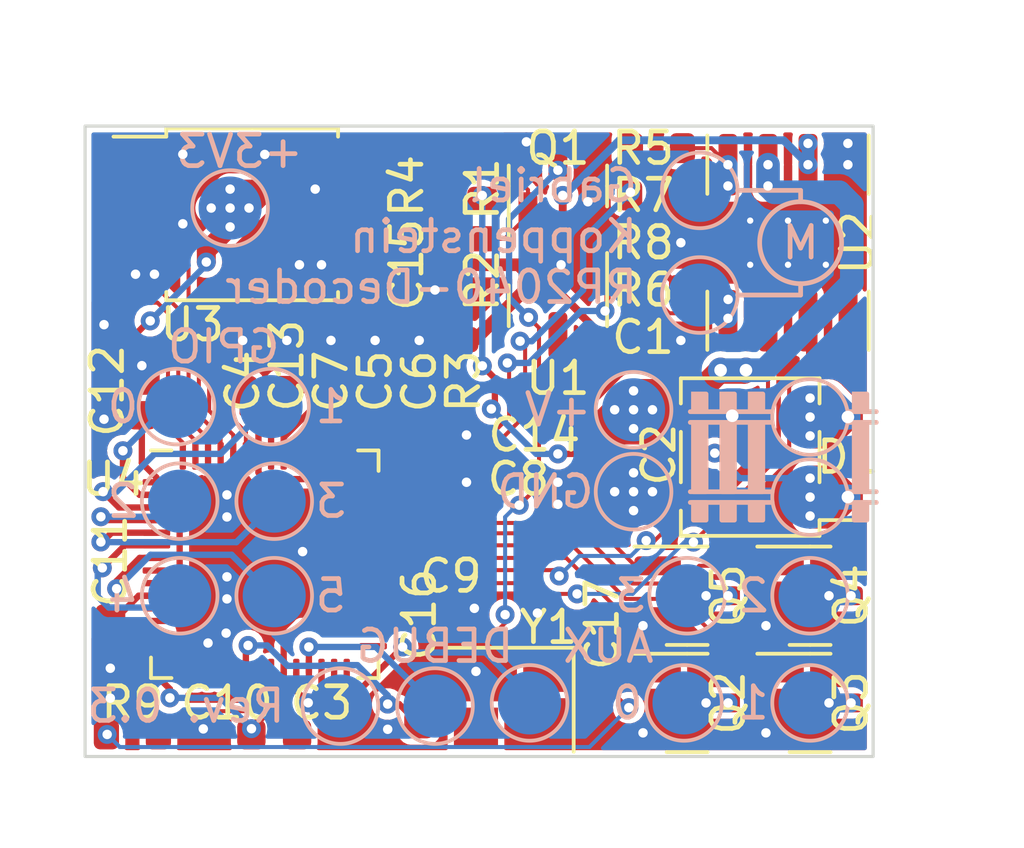
<source format=kicad_pcb>
(kicad_pcb (version 20221018) (generator pcbnew)
  (layers (0 "F.Cu" signal) (31 "B.Cu" signal) (34 "B.Paste" user) (35 "F.Paste" user) (36 "B.SilkS" user "B.Silkscreen") (37 "F.SilkS" user "F.Silkscreen") (38 "B.Mask" user) (39 "F.Mask" user) (44 "Edge.Cuts" user))
  (net 0 "")
  (net 1 "+3V3")
  (net 2 "+V")
  (net 3 "+1V1")
  (net 4 "GND")
  (net 5 "Net-(U4-Pad20)")
  (net 6 "Net-(R9-Pad2)")
  (net 7 "Net-(D1-Pad1)")
  (net 8 "Net-(D1-Pad2)")
  (net 9 "/GPIO24")
  (net 10 "/ADC_EMF_A")
  (net 11 "/ADC_EMF_B")
  (net 12 "Net-(C14-Pad1)")
  (net 13 "/GPIO25")
  (net 14 "Net-(R4-Pad1)")
  (net 15 "/MOTOR_OUT_B")
  (net 16 "/MOTOR_OUT_A")
  (net 17 "/GPIO26")
  (net 18 "/GPIO22")
  (net 19 "/GPIO23")
  (net 21 "Net-(U3-Pad2)")
  (net 22 "Net-(U3-Pad3)")
  (net 23 "Net-(U3-Pad5)")
  (net 24 "Net-(U3-Pad6)")
  (net 25 "Net-(U3-Pad7)")
  (net 35 "/GPIO27")
  (net 36 "Net-(U4-Pad21)")
  (net 37 "/GPIO21")
  (net 43 "Net-(J3-Pad1)")
  (net 44 "unconnected-(U4-Pad29)")
  (net 45 "Net-(J9-Pad1)")
  (net 46 "Net-(J10-Pad1)")
  (net 47 "Net-(J11-Pad1)")
  (net 48 "Net-(Q1-Pad1)")
  (net 49 "Net-(J4-Pad1)")
  (net 50 "Net-(J5-Pad1)")
  (net 51 "Net-(J6-Pad1)")
  (net 52 "Net-(J8-Pad1)")
  (net 53 "Net-(J12-Pad1)")
  (net 54 "Net-(J18-Pad1)")
  (net 55 "Net-(J13-Pad1)")
  (net 56 "Net-(J19-Pad1)")
  (net 57 "Net-(J20-Pad1)")
  (footprint "RP2040-Decoder_Additional_Footprints:SOIC-8_5.23x5.23mm_P1.27mm" (layer "F.Cu") (at 142.8 92.8)
    (fp_text reference "U3")
    (fp_text value "W25Q64JVSSIQ")
  )
  (footprint "RP2040-Decoder_Additional_Footprints:C_0603_1608Metric" (layer "F.Cu") (at 153.9 108.4 -90)
    (fp_text reference "C17")
    (fp_text value "33p")
  )
  (footprint "RP2040-Decoder_Additional_Footprints:C_0603_1608Metric" (layer "F.Cu") (at 139.3 98.4 90)
    (fp_text reference "C12")
    (fp_text value "100n")
  )
  (footprint "RP2040-Decoder_Additional_Footprints:C_0603_1608Metric" (layer "F.Cu") (at 148.6 94.4 -90)
    (fp_text reference "C15")
    (fp_text value "100n")
  )
  (footprint "RP2040-Decoder_Additional_Footprints:C_0603_1608Metric" (layer "F.Cu") (at 138.3 106.4 -90)
    (fp_text reference "C11")
    (fp_text value "100n")
  )
  (footprint "RP2040-Decoder_Additional_Footprints:C_0603_1608Metric" (layer "F.Cu") (at 145 109.3)
    (fp_text reference "C3")
    (fp_text value "100n")
  )
  (footprint "RP2040-Decoder_Additional_Footprints:C_0603_1608Metric" (layer "F.Cu") (at 148.95 101.2)
    (fp_text reference "C8")
    (fp_text value "100n")
  )
  (footprint "RP2040-Decoder_Additional_Footprints:R_0603_1608Metric" (layer "F.Cu") (at 155.625 90.7)
    (fp_text reference "R5")
    (fp_text value "6k8")
  )
  (footprint "Package_TO_SOT_SMD:SOT-23" (layer "F.Cu") (at 152.5 95.7 -90)
    (fp_text reference "U1")
    (fp_text value "PJ75AL33SA")
  )
  (footprint "RP2040-Decoder_Additional_Footprints:R_0603_1608Metric" (layer "F.Cu") (at 150.1 94.4 90)
    (fp_text reference "R2")
    (fp_text value "6k8")
  )
  (footprint "RP2040-Decoder_Additional_Footprints:R_0603_1608Metric" (layer "F.Cu") (at 150.1 91.5 -90)
    (fp_text reference "R1")
    (fp_text value "6k8")
  )
  (footprint "RP2040-Decoder_Additional_Footprints:R_0603_1608Metric" (layer "F.Cu") (at 155.6 93.7 180)
    (fp_text reference "R8")
    (fp_text value "1k")
  )
  (footprint "Package_TO_SOT_SMD:TO-269AA" (layer "F.Cu") (at 158.6 100.5 180)
    (fp_text reference "D1")
    (fp_text value "KMB24F")
  )
  (footprint "RP2040-Decoder_Additional_Footprints:C_0603_1608Metric" (layer "F.Cu") (at 143.9 97.6 90)
    (fp_text reference "C13")
    (fp_text value "100n")
  )
  (footprint "Package_TO_SOT_SMD:SOT-23" (layer "F.Cu") (at 156.6 108.3)
    (fp_text reference "Q2")
    (fp_text value "T2N7002BK")
  )
  (footprint "RP2040-Decoder_Additional_Footprints:SOIC-8-1EP_3.9x4.9mm_P1.27mm_EP2.41x3.3mm_ThermalVias" (layer "F.Cu") (at 159.8 93.7 -90)
    (fp_text reference "U2")
    (fp_text value "BDR6133")
  )
  (footprint "Crystal:Crystal_SMD_3225-4Pin_3.2x2.5mm" (layer "F.Cu") (at 151 108.2 180)
    (fp_text reference "Y1")
    (fp_text value "X322512MSB4SI")
  )
  (footprint "Package_TO_SOT_SMD:SOT-23" (layer "F.Cu") (at 156.6 104.9)
    (fp_text reference "Q5")
    (fp_text value "T2N7002BK")
  )
  (footprint "RP2040-Decoder_Additional_Footprints:C_0603_1608Metric" (layer "F.Cu") (at 142 109.3 180)
    (fp_text reference "C10")
    (fp_text value "100n")
  )
  (footprint "RP2040-Decoder_Additional_Footprints:C_0603_1608Metric" (layer "F.Cu") (at 148.1 108.2 90)
    (fp_text reference "C16")
    (fp_text value "33p")
  )
  (footprint "Package_TO_SOT_SMD:SOT-23" (layer "F.Cu") (at 160.5 104.9)
    (fp_text reference "Q4")
    (fp_text value "T2N7002BK")
  )
  (footprint "RP2040-Decoder_Additional_Footprints:C_0603_1608Metric" (layer "F.Cu") (at 146.7 97.6 90)
    (fp_text reference "C5")
    (fp_text value "10u")
  )
  (footprint "RP2040-Decoder_Additional_Footprints:C_0603_1608Metric" (layer "F.Cu") (at 149.1 105.3)
    (fp_text reference "C9")
    (fp_text value "100n")
  )
  (footprint "RP2040-Decoder_Additional_Footprints:R_0603_1608Metric" (layer "F.Cu") (at 155.6 92.2 180)
    (fp_text reference "R7")
    (fp_text value "1k")
  )
  (footprint "Package_TO_SOT_SMD:SOT-23" (layer "F.Cu") (at 160.5 108.3)
    (fp_text reference "Q3")
    (fp_text value "T2N7002BK")
  )
  (footprint "RP2040-Decoder_Additional_Footprints:R_0603_1608Metric" (layer "F.Cu") (at 148.6 91.5 -90)
    (fp_text reference "R4")
    (fp_text value "DNF")
  )
  (footprint "RP2040-Decoder_Additional_Footprints:C_0603_1608Metric" (layer "F.Cu") (at 142.5 97.6 90)
    (fp_text reference "C4")
    (fp_text value "100n")
  )
  (footprint "RP2040-Decoder_Additional_Footprints:C_0603_1608Metric" (layer "F.Cu") (at 154 100.425 -90)
    (fp_text reference "C2")
    (fp_text value "10u")
  )
  (footprint "RP2040-Decoder_Additional_Footprints:C_0603_1608Metric" (layer "F.Cu") (at 148.95 99.8)
    (fp_text reference "C14")
    (fp_text value "10u")
  )
  (footprint "RP2040-Decoder_Additional_Footprints:C_0603_1608Metric" (layer "F.Cu") (at 155.6 96.7)
    (fp_text reference "C1")
    (fp_text value "10u")
  )
  (footprint "RP2040-Decoder_Additional_Footprints:R_0603_1608Metric" (layer "F.Cu") (at 155.6 95.2 180)
    (fp_text reference "R6")
    (fp_text value "6k8")
  )
  (footprint "Package_TO_SOT_SMD:SOT-23" (layer "F.Cu") (at 152.5 91.9 90)
    (fp_text reference "Q1")
    (fp_text value "T2N7002BK")
  )
  (footprint "RP2040-Decoder_Additional_Footprints:R_0603_1608Metric" (layer "F.Cu") (at 139 109.3 180)
    (fp_text reference "R9")
    (fp_text value "1k")
  )
  (footprint "RP2040-Decoder_Additional_Footprints:C_0603_1608Metric" (layer "F.Cu") (at 145.3 97.6 90)
    (fp_text reference "C7")
    (fp_text value "100n")
  )
  (footprint "RP2040-Decoder_Additional_Footprints:R_0603_1608Metric" (layer "F.Cu") (at 149.5 97.6 -90)
    (fp_text reference "R3")
    (fp_text value "200")
  )
  (footprint "RP2040-Decoder_Additional_Footprints:QFN-56-1EP_7x7mm_P0.4mm_EP3.2x3.2mm" (layer "F.Cu") (at 143.2 103.9)
    (fp_text reference "U4")
    (fp_text value "RP2040")
  )
  (footprint "RP2040-Decoder_Additional_Footprints:C_0603_1608Metric" (layer "F.Cu") (at 148.1 97.6 90)
    (fp_text reference "C6")
    (fp_text value "10u")
  )
  (footprint "TestPoint:TestPoint_Pad_D2.0mm" (layer "B.Cu") (at 140.4 98.9 180)
    (fp_text reference "J8")
    (fp_text value "0")
  )
  (footprint "TestPoint:TestPoint_Pad_D2.0mm" (layer "B.Cu") (at 157 92.04 180)
    (fp_text reference "J15")
    (fp_text value "M_OUT_B")
  )
  (footprint "TestPoint:TestPoint_Pad_D2.0mm" (layer "B.Cu") (at 148.6 108.4 180)
    (fp_text reference "J19")
    (fp_text value "SWDIO")
  )
  (footprint "TestPoint:TestPoint_Pad_D2.0mm" (layer "B.Cu") (at 151.6 108.3 180)
    (fp_text reference "J20")
    (fp_text value "RUN")
  )
  (footprint "TestPoint:TestPoint_Pad_D2.0mm" (layer "B.Cu") (at 156.5 108.3 180)
    (fp_text reference "J3")
    (fp_text value "0")
  )
  (footprint "TestPoint:TestPoint_Pad_D2.0mm" (layer "B.Cu") (at 145.6 108.4 180)
    (fp_text reference "J18")
    (fp_text value "SWCLK")
  )
  (footprint "TestPoint:TestPoint_Pad_D2.0mm" (layer "B.Cu") (at 160.5 99.23 180)
    (fp_text reference "J2")
    (fp_text value "T1")
  )
  (footprint "TestPoint:TestPoint_Pad_D2.0mm" (layer "B.Cu") (at 160.5 101.77 180)
    (fp_text reference "J1")
    (fp_text value "T0")
  )
  (footprint "TestPoint:TestPoint_Pad_D2.0mm" (layer "B.Cu") (at 157 95.36 180)
    (fp_text reference "J16")
    (fp_text value "M_OUT_A")
  )
  (footprint "TestPoint:TestPoint_Pad_D2.0mm" (layer "B.Cu") (at 143.4 98.9 180)
    (fp_text reference "J9")
    (fp_text value "1")
  )
  (footprint "TestPoint:TestPoint_Pad_D2.0mm" (layer "B.Cu") (at 160.5 108.3 180)
    (fp_text reference "J4")
    (fp_text value "1")
  )
  (footprint "TestPoint:TestPoint_Pad_D2.0mm" (layer "B.Cu") (at 154.9 99 180)
    (fp_text reference "J14")
    (fp_text value "+V")
  )
  (footprint "TestPoint:TestPoint_Pad_D2.0mm" (layer "B.Cu") (at 142.1 92.6 180)
    (fp_text reference "J7")
    (fp_text value "+3V3")
  )
  (footprint "TestPoint:TestPoint_Pad_D2.0mm" (layer "B.Cu") (at 160.5 104.9 180)
    (fp_text reference "J5")
    (fp_text value "2")
  )
  (footprint "TestPoint:TestPoint_Pad_D2.0mm" (layer "B.Cu") (at 140.5 101.9 180)
    (fp_text reference "J10")
    (fp_text value "2")
  )
  (footprint "TestPoint:TestPoint_Pad_D2.0mm" (layer "B.Cu") (at 143.5 101.9 180)
    (fp_text reference "J11")
    (fp_text value "3")
  )
  (footprint "TestPoint:TestPoint_Pad_D2.0mm" (layer "B.Cu") (at 143.5 104.9 180)
    (fp_text reference "J13")
    (fp_text value "5")
  )
  (footprint "TestPoint:TestPoint_Pad_D2.0mm" (layer "B.Cu") (at 140.5 104.9 180)
    (fp_text reference "J12")
    (fp_text value "4")
  )
  (footprint "TestPoint:TestPoint_Pad_D2.0mm" (layer "B.Cu") (at 154.9 101.6 180)
    (fp_text reference "J17")
    (fp_text value "GND")
  )
  (footprint "TestPoint:TestPoint_Pad_D2.0mm" (layer "B.Cu") (at 156.6 104.9 180)
    (fp_text reference "J6")
    (fp_text value "3")
  )
  (gr_rect (start 161.9 98.5) (end 162.3 99.06) (stroke (width 0.15)) (fill solid) (layer "B.SilkS"))
  (gr_line (start 159.3 99.4) (end 156.7 99.4) (stroke (width 0.15)) (layer "B.SilkS"))
  (gr_rect (start 158.6 99.4) (end 159 101.6) (stroke (width 0.15)) (fill solid) (layer "B.SilkS"))
  (gr_rect (start 158.6 101.94) (end 159 102.5) (stroke (width 0.15)) (fill solid) (layer "B.SilkS"))
  (gr_line (start 161.7 99.06) (end 162.6 99.06) (stroke (width 0.15)) (layer "B.SilkS"))
  (gr_line (start 158.2 95.36) (end 160.2 95.36) (stroke (width 0.15)) (layer "B.SilkS"))
  (gr_rect (start 161.9 101.94) (end 162.3 102.5) (stroke (width 0.15)) (fill solid) (layer "B.SilkS"))
  (gr_circle (center 160.2 93.7) (end 158.9 93.7) (stroke (width 0.15)) (fill none) (layer "B.SilkS"))
  (gr_line (start 161.7 101.6) (end 162.6 101.6) (stroke (width 0.15)) (layer "B.SilkS"))
  (gr_line (start 159.3 101.6) (end 156.7 101.6) (stroke (width 0.15)) (layer "B.SilkS"))
  (gr_rect (start 156.8 101.94) (end 157.2 102.5) (stroke (width 0.15)) (fill solid) (layer "B.SilkS"))
  (gr_line (start 161.7 99.4) (end 162.6 99.4) (stroke (width 0.15)) (layer "B.SilkS"))
  (gr_rect (start 157.7 101.94) (end 158.1 102.5) (stroke (width 0.15)) (fill solid) (layer "B.SilkS"))
  (gr_rect (start 156.8 99.4) (end 157.2 101.6) (stroke (width 0.15)) (fill solid) (layer "B.SilkS"))
  (gr_rect (start 158.6 98.5) (end 159 99.06) (stroke (width 0.15)) (fill solid) (layer "B.SilkS"))
  (gr_line (start 158.2 92.04) (end 160.2 92.04) (stroke (width 0.15)) (layer "B.SilkS"))
  (gr_rect (start 157.7 99.4) (end 158.1 101.6) (stroke (width 0.15)) (fill solid) (layer "B.SilkS"))
  (gr_rect (start 157.7 98.5) (end 158.1 99.06) (stroke (width 0.15)) (fill solid) (layer "B.SilkS"))
  (gr_line (start 159.3 101.94) (end 156.7 101.94) (stroke (width 0.15)) (layer "B.SilkS"))
  (gr_line (start 159.3 99.06) (end 156.7 99.06) (stroke (width 0.15)) (layer "B.SilkS"))
  (gr_line (start 160.2 95.36) (end 160.2 95) (stroke (width 0.15)) (layer "B.SilkS"))
  (gr_rect (start 156.8 98.5) (end 157.2 99.06) (stroke (width 0.15)) (fill solid) (layer "B.SilkS"))
  (gr_line (start 160.2 92.04) (end 160.2 92.4) (stroke (width 0.15)) (layer "B.SilkS"))
  (gr_rect (start 161.9 99.4) (end 162.3 101.6) (stroke (width 0.15)) (fill solid) (layer "B.SilkS"))
  (gr_line (start 161.7 101.94) (end 162.6 101.94) (stroke (width 0.15)) (layer "B.SilkS"))
  (gr_rect (start 137.5 90) (end 162.5 110) (stroke (width 0.1)) (fill none) (layer "Edge.Cuts"))
  (gr_text "M" (at 160.2 93.7) (layer "B.SilkS") (effects (font (size 1 1)) (justify mirror)))
  (gr_text "Gabriel\nKoppenstein\nRP2040-Decoder" (at 155.1 93.5) (layer "B.SilkS") (effects (font (size 1 1)) (justify left mirror)))
  (gr_text "Rev. 0.3" (at 140.7 108.4) (layer "B.SilkS") (effects (font (size 1 1)) (justify mirror)))
  (gr_text "GPIO" (at 141.9 97) (layer "B.SilkS") (effects (font (size 1 1)) (justify mirror)))
  (gr_text "DEBUG" (at 148.6 106.5) (layer "B.SilkS") (effects (font (size 1 1)) (justify mirror)))
  (gr_text "AUX" (at 154.1 106.5) (layer "B.SilkS") (effects (font (size 1 1)) (justify mirror)))
  (segment (start 147.925 104.9) (end 148.325 105.3) (width 0.2) (layer "F.Cu") (net 1))
  (segment (start 153.271072 96.025196) (end 153.945876 96.7) (width 0.25) (layer "F.Cu") (net 1))
  (segment (start 145.705705 101.3) (end 146 101.3) (width 0.2) (layer "F.Cu") (net 1))
  (segment (start 147.27 90.895) (end 148.6 92.225) (width 0.6) (layer "F.Cu") (net 1))
  (segment (start 149.872849 96.775) (end 149.5 96.775) (width 0.4) (layer "F.Cu") (net 1))
  (segment (start 146.105705 104.9) (end 145.9 104.694295) (width 0.2) (layer "F.Cu") (net 1))
  (segment (start 141.5 92.6) (end 142.1 92) (width 0.6) (layer "F.Cu") (net 1))
  (segment (start 145.3 98.375) (end 146.075 97.6) (width 0.2) (layer "F.Cu") (net 1))
  (segment (start 139.02548 106.694775) (end 140.190077 107.859372) (width 0.2) (layer "F.Cu") (net 1))
  (segment (start 153.945876 96.7) (end 154.825 96.7) (width 0.25) (layer "F.Cu") (net 1))
  (segment (start 144.675 97.6) (end 146.075 97.6) (width 0.2) (layer "F.Cu") (net 1))
  (segment (start 149.5 96.775) (end 149.5 96.975) (width 0.4) (layer "F.Cu") (net 1))
  (segment (start 149.2 94.4) (end 151.25 94.4) (width 0.4) (layer "F.Cu") (net 1))
  (segment (start 147.925 101.3) (end 148.025 101.2) (width 0.2) (layer "F.Cu") (net 1))
  (segment (start 143.8875 98.3875) (end 143.4 98.875) (width 0.2) (layer "F.Cu") (net 1))
  (segment (start 151.023925 95.623925) (end 149.872849 96.775) (width 0.4) (layer "F.Cu") (net 1))
  (segment (start 153.271072 96) (end 153.271072 96.025196) (width 0.25) (layer "F.Cu") (net 1))
  (segment (start 145.4 100.4625) (end 145.4 100.994295) (width 0.2) (layer "F.Cu") (net 1))
  (segment (start 139.529027 96.17919) (end 139.56638 96.17919) (width 0.2) (layer "F.Cu") (net 1))
  (segment (start 140.295255 104.9) (end 139.7625 104.9) (width 0.2) (layer "F.Cu") (net 1))
  (segment (start 142.777833 109.118481) (end 143.4 108.496314) (width 0.2) (layer "F.Cu") (net 1))
  (segment (start 151.55 94.7625) (end 151.55 95.09785) (width 0.4) (layer "F.Cu") (net 1))
  (segment (start 151.55 95.09785) (end 151.023925 95.623925) (width 0.4) (layer "F.Cu") (net 1))
  (segment (start 151.25 94.4) (end 151.55 94.7) (width 0.4) (layer "F.Cu") (net 1))
  (segment (start 145.4 100.994295) (end 145.705705 101.3) (width 0.2) (layer "F.Cu") (net 1))
  (segment (start 146.77596 99.52404) (end 147.925 98.375) (width 0.2) (layer "F.Cu") (net 1))
  (segment (start 152.652466 92.199496) (end 152.652466 93.297534) (width 0.25) (layer "F.Cu") (net 1))
  (segment (start 139.7625 104.9) (end 139.2 104.9) (width 0.2) (layer "F.Cu") (net 1))
  (segment (start 139.7625 104.9) (end 139.200016 104.9) (width 0.2) (layer "F.Cu") (net 1))
  (segment (start 145.9 101.4) (end 146 101.3) (width 0.2) (layer "F.Cu") (net 1))
  (segment (start 142.1 92) (end 143.3 92) (width 0.6) (layer "F.Cu") (net 1))
  (segment (start 146 101.3) (end 146.6375 101.3) (width 0.2) (layer "F.Cu") (net 1))
  (segment (start 143.4 108.496314) (end 143.4 107.3375) (width 0.2) (layer "F.Cu") (net 1))
  (segment (start 145.4 99.665006) (end 145.540966 99.52404) (width 0.2) (layer "F.Cu") (net 1))
  (segment (start 153.271072 96) (end 152.371072 95.1) (width 0.25) (layer "F.Cu") (net 1))
  (segment (start 140.294295 101.3) (end 140.49952 101.505225) (width 0.2) (layer "F.Cu") (net 1))
  (segment (start 140.49952 101.505225) (end 140.49952 104.695735) (width 0.2) (layer "F.Cu") (net 1))
  (segment (start 139.3 99.2) (end 139.3 99.175) (width 0.2) (layer "F.Cu") (net 1))
  (segment (start 142.7 92.6) (end 144.405 90.895) (width 0.6) (layer "F.Cu") (net 1))
  (segment (start 140.49952 104.695735) (end 140.295255 104.9) (width 0.2) (layer "F.Cu") (net 1))
  (segment (start 143.9 98.375) (end 144.675 97.6) (width 0.2) (layer "F.Cu") (net 1))
  (segment (start 139.3 100.686612) (end 139.7625 101.149112) (width 0.2) (layer "F.Cu") (net 1))
  (segment (start 147.925 98.375) (end 148.1 98.375) (width 0.2) (layer "F.Cu") (net 1))
  (segment (start 152.371072 95.1) (end 151.55 95.1) (width 0.25) (layer "F.Cu") (net 1))
  (segment (start 143.3 92) (end 144.405 90.895) (width 0.6) (layer "F.Cu") (net 1))
  (segment (start 151.65002 95.2468) (end 151.401049 95.2468) (width 0.4) (layer "F.Cu") (net 1))
  (segment (start 144.405 90.895) (end 146.4 90.895) (width 0.6) (layer "F.Cu") (net 1))
  (segment (start 146.6375 104.9) (end 146.105705 104.9) (width 0.2) (layer "F.Cu") (net 1))
  (segment (start 148.6 93.8) (end 149.2 94.4) (width 0.4) (layer "F.Cu") (net 1))
  (segment (start 145.3 98.375) (end 143.9 98.375) (width 0.2) (layer "F.Cu") (net 1))
  (segment (start 146.6375 104.9) (end 147.925 104.9) (width 0.2) (layer "F.Cu") (net 1))
  (segment (start 148.6 92.225) (end 148.6 93.625) (width 0.6) (layer "F.Cu") (net 1))
  (segment (start 139.3 99.2) (end 139.3 100.686612) (width 0.2) (layer "F.Cu") (net 1))
  (segment (start 138.475016 105.625) (end 138.3 105.625) (width 0.2) (layer "F.Cu") (net 1))
  (segment (start 139.7625 101.3) (end 140.294295 101.3) (width 0.2) (layer "F.Cu") (net 1))
  (segment (start 145.4 100.4625) (end 145.4 99.665006) (width 0.2) (layer "F.Cu") (net 1))
  (segment (start 151.55 95.1) (end 151.55 94.3) (width 0.4) (layer "F.Cu") (net 1))
  (segment (start 143.9 98.375) (end 143.8875 98.3875) (width 0.2) (layer "F.Cu") (net 1))
  (segment (start 142.1 93.2) (end 141.34542 93.95458) (width 0.6) (layer "F.Cu") (net 1))
  (segment (start 139.200016 104.9) (end 138.475016 105.625) (width 0.2) (layer "F.Cu") (net 1))
  (segment (start 149.5 96.975) (end 148.1 98.375) (width 0.4) (layer "F.Cu") (net 1))
  (segment (start 146.6375 101.3) (end 147.925 101.3) (width 0.2) (layer "F.Cu") (net 1))
  (segment (start 146.075 97.6) (end 147.325 97.6) (width 0.2) (layer "F.Cu") (net 1))
  (segment (start 141.34542 93.95458) (end 141.34542 94.313538) (width 0.6) (layer "F.Cu") (net 1))
  (segment (start 147.325 97.6) (end 148.1 98.375) (width 0.2) (layer "F.Cu") (net 1))
  (segment (start 143.8 99.875) (end 143.8 100.4625) (width 0.2) (layer "F.Cu") (net 1))
  (segment (start 142.7 92.6) (end 142.1 93.2) (width 0.6) (layer "F.Cu") (net 1))
  (segment (start 138.52548 98.40048) (end 138.52548 97.182737) (width 0.2) (layer "F.Cu") (net 1))
  (segment (start 148.6 93.625) (end 148.6 93.8) (width 0.4) (layer "F.Cu") (net 1))
  (segment (start 146.4 90.895) (end 147.27 90.895) (width 0.6) (layer "F.Cu") (net 1))
  (segment (start 142.1 92) (end 142.7 92.6) (width 0.6) (layer "F.Cu") (net 1))
  (segment (start 142.1 93.2) (end 141.5 92.6) (width 0.6) (layer "F.Cu") (net 1))
  (segment (start 139.02548 106.35048) (end 139.02548 106.694775) (width 0.2) (layer "F.Cu") (net 1))
  (segment (start 138.52548 97.182737) (end 139.529027 96.17919) (width 0.2) (layer "F.Cu") (net 1))
  (segment (start 138.3 105.625) (end 139.02548 106.35048) (width 0.2) (layer "F.Cu") (net 1))
  (segment (start 145.3 98.375) (end 143.8 99.875) (width 0.2) (layer "F.Cu") (net 1))
  (segment (start 139.3 99.175) (end 138.52548 98.40048) (width 0.2) (layer "F.Cu") (net 1))
  (segment (start 151.401049 95.2468) (end 151.023925 95.623925) (width 0.4) (layer "F.Cu") (net 1))
  (segment (start 140.190077 107.859372) (end 140.190077 108.140218) (width 0.2) (layer "F.Cu") (net 1))
  (segment (start 145.540966 99.52404) (end 146.77596 99.52404) (width 0.2) (layer "F.Cu") (net 1))
  (segment (start 152.652466 93.297534) (end 151.55 94.4) (width 0.25) (layer "F.Cu") (net 1))
  (segment (start 139.7625 101.149112) (end 139.7625 101.3) (width 0.2) (layer "F.Cu") (net 1))
  (segment (start 145.9 104.694295) (end 145.9 101.4) (width 0.2) (layer "F.Cu") (net 1))
  (segment (start 143.4 98.875) (end 143.4 100.4625) (width 0.2) (layer "F.Cu") (net 1))
  (via (at 140.190077 108.140218) (size 0.6) (drill 0.3) (layers "F.Cu" "B.Cu") (net 1))
  (via (at 160.435 91.225) (size 0.6) (drill 0.3) (layers "F.Cu" "B.Cu") (net 1))
  (via (at 142.1 93.2) (size 0.6) (drill 0.3) (layers "F.Cu" "B.Cu") (net 1))
  (via (at 142.1 92) (size 0.6) (drill 0.3) (layers "F.Cu" "B.Cu") (net 1))
  (via (at 141.5 92.6) (size 0.6) (drill 0.3) (layers "F.Cu" "B.Cu") (net 1))
  (via (at 142.1 92.6) (size 0.6) (drill 0.3) (layers "F.Cu" "B.Cu") (net 1))
  (via (at 139.56638 96.17919) (size 0.6) (drill 0.3) (layers "F.Cu" "B.Cu") (net 1))
  (via (at 152.652466 92.199496) (size 0.6) (drill 0.3) (layers "F.Cu" "B.Cu") (net 1))
  (via (at 160.435 90.55) (size 0.6) (drill 0.3) (layers "F.Cu" "B.Cu") (net 1))
  (via (at 141.34542 94.313538) (size 0.6) (drill 0.3) (layers "F.Cu" "B.Cu") (net 1))
  (via (at 142.777833 109.118481) (size 0.6) (drill 0.3) (layers "F.Cu" "B.Cu") (net 1))
  (via (at 142.7 92.6) (size 0.6) (drill 0.3) (layers "F.Cu" "B.Cu") (net 1))
  (segment (start 152.652466 92.199496) (end 152.700504 92.199496) (width 0.25) (layer "B.Cu") (net 1))
  (segment (start 159.66048 90.45048) (end 160.435 91.225) (width 0.25) (layer "B.Cu") (net 1))
  (segment (start 141.34542 94.40015) (end 139.56638 96.17919) (width 0.2) (layer "B.Cu") (net 1))
  (segment (start 142.777833 109.118481) (end 141.79957 108.140218) (width 0.2) (layer "B.Cu") (net 1))
  (segment (start 160.435 91.225) (end 160.435 90.55) (width 0.4) (layer "B.Cu") (net 1))
  (segment (start 141.34542 94.313538) (end 141.34542 94.40015) (width 0.2) (layer "B.Cu") (net 1))
  (segment (start 154.44952 90.45048) (end 159.66048 90.45048) (width 0.25) (layer "B.Cu") (net 1))
  (segment (start 141.79957 108.140218) (end 140.190077 108.140218) (width 0.2) (layer "B.Cu") (net 1))
  (segment (start 152.700504 92.199496) (end 154.44952 90.45048) (width 0.25) (layer "B.Cu") (net 1))
  (segment (start 156.2 98.6) (end 156.3 98.7) (width 0.5) (layer "F.Cu") (net 2))
  (segment (start 155.10048 99.80048) (end 155.4 99.80048) (width 0.6) (layer "F.Cu") (net 2))
  (segment (start 155.4 99.80048) (end 156.3 98.90048) (width 0.6) (layer "F.Cu") (net 2))
  (segment (start 158.410302 97.8) (end 158.4655 97.744802) (width 0.75) (layer "F.Cu") (net 2))
  (segment (start 156 99) (end 156.3 98.7) (width 0.6) (layer "F.Cu") (net 2))
  (segment (start 154.9 98.4) (end 153.65 99.65) (width 0.75) (layer "F.Cu") (net 2))
  (segment (start 153.65 99.65) (end 153.45 99.65) (width 0.75) (layer "F.Cu") (net 2))
  (segment (start 155.680532 99.72548) (end 155.10048 99.72548) (width 0.75) (layer "F.Cu") (net 2))
  (segment (start 155.5 99) (end 156 99) (width 0.6) (layer "F.Cu") (net 2))
  (segment (start 154.9 98.4) (end 156 98.4) (width 0.6) (layer "F.Cu") (net 2))
  (segment (start 156.3 98.90048) (end 156.3 98.7) (width 0.6) (layer "F.Cu") (net 2))
  (segment (start 154 99.3) (end 154.3 99) (width 0.6) (layer "F.Cu") (net 2))
  (segment (start 154.9 99.6) (end 154.85 99.65) (width 0.5) (layer "F.Cu") (net 2))
  (segment (start 152.5 99) (end 153.15 99.65) (width 0.5) (layer "F.Cu") (net 2))
  (segment (start 157.66121 97.744802) (end 157.006012 98.4) (width 0.75) (layer "F.Cu") (net 2))
  (segment (start 154.25 99.65) (end 154.9 99) (width 0.6) (layer "F.Cu") (net 2))
  (segment (start 156 98.4) (end 156.3 98.7) (width 0.6) (layer "F.Cu") (net 2))
  (segment (start 154 99.80048) (end 154 99.3) (width 0.6) (layer "F.Cu") (net 2))
  (segment (start 154.9 99.6) (end 155.1 99.8) (width 0.6) (layer "F.Cu") (net 2))
  (segment (start 155.1 99.80048) (end 154 99.80048) (width 0.6) (layer "F.Cu") (net 2))
  (segment (start 157.7 97.8) (end 158.410302 97.8) (width 0.75) (layer "F.Cu") (net 2))
  (segment (start 154 99.65) (end 154.25 99.65) (width 0.6) (layer "F.Cu") (net 2))
  (segment (start 154.9 99.6) (end 155.10048 99.80048) (width 0.6) (layer "F.Cu") (net 2))
  (segment (start 155.1 99.8) (end 155.1 99.80048) (width 0.6) (layer "F.Cu") (net 2))
  (segment (start 157.66121 97.744802) (end 155.680532 99.72548) (width 0.75) (layer "F.Cu") (net 2))
  (segment (start 153.45 99.65) (end 154 99.65) (width 0.5) (layer "F.Cu") (net 2))
  (segment (start 154.9 99) (end 155.5 99) (width 0.6) (layer "F.Cu") (net 2))
  (segment (start 157.006012 98.4) (end 154.9 98.4) (width 0.75) (layer "F.Cu") (net 2))
  (segment (start 154.9 98.4) (end 154.3 99) (width 0.6) (layer "F.Cu") (net 2))
  (segment (start 153.15 99.65) (end 153.45 99.65) (width 0.5) (layer "F.Cu") (net 2))
  (segment (start 152.5 96.6375) (end 152.5 99) (width 0.5) (layer "F.Cu") (net 2))
  (via (at 154.3 99) (size 0.6) (drill 0.3) (layers "F.Cu" "B.Cu") (net 2))
  (via (at 155.5 99) (size 0.6) (drill 0.3) (layers "F.Cu" "B.Cu") (net 2))
  (via (at 158.4655 97.744802) (size 0.8) (drill 0.4) (layers "F.Cu" "B.Cu") (net 2))
  (via (at 154.9 99.6) (size 0.6) (drill 0.3) (layers "F.Cu" "B.Cu") (net 2))
  (via (at 154.9 99) (size 0.6) (drill 0.3) (layers "F.Cu" "B.Cu") (net 2))
  (via (at 159.165 91.225) (size 0.6) (drill 0.3) (layers "F.Cu" "B.Cu") (net 2))
  (via (at 157.66121 97.744802) (size 0.8) (drill 0.4) (layers "F.Cu" "B.Cu") (net 2))
  (via (at 159.165 91.9) (size 0.6) (drill 0.3) (layers "F.Cu" "B.Cu") (net 2))
  (via (at 154.9 98.4) (size 0.6) (drill 0.3) (layers "F.Cu" "B.Cu") (net 2))
  (segment (start 159.055198 97.744802) (end 158.4655 97.744802) (width 0.75) (layer "B.Cu") (net 2))
  (segment (start 158.4655 97.744802) (end 157.66121 97.744802) (width 0.75) (layer "B.Cu") (net 2))
  (segment (start 159.165 91.9) (end 159.165 91.225) (width 0.75) (layer "B.Cu") (net 2))
  (segment (start 161.824511 94.975489) (end 161.824511 92.5) (width 0.75) (layer "B.Cu") (net 2))
  (segment (start 161.824511 94.975489) (end 159.055198 97.744802) (width 0.75) (layer "B.Cu") (net 2))
  (segment (start 159.365 92.1) (end 159.165 91.9) (width 0.75) (layer "B.Cu") (net 2))
  (segment (start 161.824511 92.5) (end 161.424511 92.1) (width 0.75) (layer "B.Cu") (net 2))
  (segment (start 161.424511 92.1) (end 159.365 92.1) (width 0.75) (layer "B.Cu") (net 2))
  (segment (start 155.3 99) (end 155.5 99) (width 0.4) (layer "B.Cu") (net 2))
  (segment (start 145 101.159301) (end 145.50048 101.659781) (width 0.2) (layer "F.Cu") (net 3))
  (segment (start 142.5 98.375) (end 142.5 99.101776) (width 0.2) (layer "F.Cu") (net 3))
  (segment (start 145.50048 101.659781) (end 145.50048 105.49952) (width 0.2) (layer "F.Cu") (net 3))
  (segment (start 144.225 109.2) (end 143.8 108.775) (width 0.2) (layer "F.Cu") (net 3))
  (segment (start 144.80048 101.19952) (end 145 101) (width 0.2) (layer "F.Cu") (net 3))
  (segment (start 144.375534 105.9) (end 143.8 106.475534) (width 0.2) (layer "F.Cu") (net 3))
  (segment (start 145.1 105.9) (end 144.375534 105.9) (width 0.2) (layer "F.Cu") (net 3))
  (segment (start 145 99.5) (end 145.37548 99.12452) (width 0.2) (layer "F.Cu") (net 3))
  (segment (start 145 100.4625) (end 145 99.5) (width 0.2) (layer "F.Cu") (net 3))
  (segment (start 143 100.994295) (end 143.205225 101.19952) (width 0.2) (layer "F.Cu") (net 3))
  (segment (start 143 99.601776) (end 143 100.4625) (width 0.2) (layer "F.Cu") (net 3))
  (segment (start 145.95048 99.12452) (end 146.7 98.375) (width 0.2) (layer "F.Cu") (net 3))
  (segment (start 143 100.4625) (end 143 100.994295) (width 0.2) (layer "F.Cu") (net 3))
  (segment (start 145.50048 105.49952) (end 145.1 105.9) (width 0.2) (layer "F.Cu") (net 3))
  (segment (start 143.205225 101.19952) (end 144.80048 101.19952) (width 0.2) (layer "F.Cu") (net 3))
  (segment (start 142.5 99.101776) (end 143 99.601776) (width 0.2) (layer "F.Cu") (net 3))
  (segment (start 145.37548 99.12452) (end 145.95048 99.12452) (width 0.2) (layer "F.Cu") (net 3))
  (segment (start 145 100.4625) (end 145 101.159301) (width 0.2) (layer "F.Cu") (net 3))
  (segment (start 143.8 106.475534) (end 143.8 107.3375) (width 0.2) (layer "F.Cu") (net 3))
  (segment (start 143.8 108.775) (end 143.8 107.3375) (width 0.2) (layer "F.Cu") (net 3))
  (segment (start 142.4625 102.4) (end 142 102.4) (width 0.127) (layer "F.Cu") (net 4))
  (via (at 154.9 101) (size 0.6) (drill 0.3) (layers "F.Cu" "B.Cu") (net 4))
  (via (at 149.6 99.8) (size 0.6) (drill 0.3) (layers "F.Cu" "B.Cu") (net 4))
  (via (at 146.7 96.8) (size 0.6) (drill 0.3) (layers "F.Cu" "B.Cu") (net 4))
  (via (at 140.6 93.1) (size 0.6) (drill 0.3) (layers "F.Cu" "B.Cu") (net 4))
  (via (at 139.7 94.7) (size 0.6) (drill 0.3) (layers "F.Cu" "B.Cu") (net 4))
  (via (at 139.1 94.7) (size 0.6) (drill 0.3) (layers "F.Cu" "B.Cu") (net 4))
  (via (at 161.7 90.55) (size 0.6) (drill 0.3) (layers "F.Cu" "B.Cu") (net 4))
  (via (at 148.6 95.2) (size 0.6) (drill 0.3) (layers "F.Cu" "B.Cu") (net 4))
  (via (at 142 102.4) (size 0.6) (drill 0.3) (layers "F.Cu" "B.Cu") (net 4))
  (via (at 149.9 107.3) (size 0.6) (drill 0.3) (layers "F.Cu" "B.Cu") (net 4))
  (via (at 141.25 109.12498) (size 0.6) (drill 0.3) (layers "F.Cu" "B.Cu") (net 4))
  (via (at 139.3 97.6) (size 0.6) (drill 0.3) (layers "F.Cu" "B.Cu") (net 4))
  (via (at 153.45 92.4) (size 0.6) (drill 0.3) (layers "F.Cu" "B.Cu") (net 4))
  (via (at 144.4 103.5) (size 0.6) (drill 0.3) (layers "F.Cu" "B.Cu") (net 4))
  (via (at 145.3 96.8) (size 0.6) (drill 0.3) (layers "F.Cu" "B.Cu") (net 4))
  (via (at 155.5 101.6) (size 0.6) (drill 0.3) (layers "F.Cu" "B.Cu") (net 4))
  (via (at 154.9 102.2) (size 0.6) (drill 0.3) (layers "F.Cu" "B.Cu") (net 4))
  (via (at 142 101.7) (size 0.6) (drill 0.3) (layers "F.Cu" "B.Cu") (net 4))
  (via (at 138.1 99.3) (size 0.6) (drill 0.3) (layers "F.Cu" "B.Cu") (net 4))
  (via (at 142 105) (size 0.6) (drill 0.3) (layers "F.Cu" "B.Cu") (net 4))
  (via (at 156.4 96.8) (size 0.6) (drill 0.3) (layers "F.Cu" "B.Cu") (net 4))
  (via (at 143.2 90.9) (size 0.6) (drill 0.3) (layers "F.Cu" "B.Cu") (net 4))
  (via (at 161.7 91.225) (size 0.6) (drill 0.3) (layers "F.Cu" "B.Cu") (net 4))
  (via (at 142.5 96.8) (size 0.6) (drill 0.3) (layers "F.Cu" "B.Cu") (net 4))
  (via (at 151.85 105.45) (size 0.6) (drill 0.3) (layers "F.Cu" "B.Cu") (net 4))
  (via (at 149.85 105.3) (size 0.6) (drill 0.3) (layers "F.Cu" "B.Cu") (net 4))
  (via (at 149.6 101.3) (size 0.6) (drill 0.3) (layers "F.Cu" "B.Cu") (net 4))
  (via (at 155.2 109.25) (size 0.6) (drill 0.3) (layers "F.Cu" "B.Cu") (net 4))
  (via (at 156.4 93.7) (size 0.6) (drill 0.3) (layers "F.Cu" "B.Cu") (net 4))
  (via (at 138.3 108.15) (size 0.6) (drill 0.3) (layers "F.Cu" "B.Cu") (net 4))
  (via (at 152.5 102) (size 0.6) (drill 0.3) (layers "F.Cu" "B.Cu") (net 4))
  (via (at 155.2 105.85) (size 0.6) (drill 0.3) (layers "F.Cu" "B.Cu") (net 4))
  (via (at 144.8 92) (size 0.6) (drill 0.3) (layers "F.Cu" "B.Cu") (net 4))
  (via (at 144.3 94.4) (size 0.6) (drill 0.3) (layers "F.Cu" "B.Cu") (net 4))
  (via (at 145 94.4) (size 0.6) (drill 0.3) (layers "F.Cu" "B.Cu") (net 4))
  (via (at 152.5 101.3) (size 0.6) (drill 0.3) (layers "F.Cu" "B.Cu") (net 4))
  (via (at 151.5 90.5) (size 0.6) (drill 0.3) (layers "F.Cu" "B.Cu") (net 4))
  (via (at 159.1 109.25) (size 0.6) (drill 0.3) (layers "F.Cu" "B.Cu") (net 4))
  (via (at 143.9 96.8) (size 0.6) (drill 0.3) (layers "F.Cu" "B.Cu") (net 4))
  (via (at 140.6 90.89498) (size 0.6) (drill 0.3) (layers "F.Cu" "B.Cu") (net 4))
  (via (at 154.3 101.6) (size 0.6) (drill 0.3) (layers "F.Cu" "B.Cu") (net 4))
  (via (at 138.1 96.3) (size 0.6) (drill 0.3) (layers "F.Cu" "B.Cu") (net 4))
  (via (at 148.1 96.8) (size 0.6) (drill 0.3) (layers "F.Cu" "B.Cu") (net 4))
  (via (at 142 104.3) (size 0.6) (drill 0.3) (layers "F.Cu" "B.Cu") (net 4))
  (via (at 152.6 94.4) (size 0.6) (drill 0.3) (layers "F.Cu" "B.Cu") (net 4))
  (via (at 141.4 106.4) (size 0.6) (drill 0.3) (layers "F.Cu" "B.Cu") (net 4))
  (via (at 154.9 101.6) (size 0.6) (drill 0.3) (layers "F.Cu" "B.Cu") (net 4))
  (via (at 138.3 107.2) (size 0.6) (drill 0.3) (layers "F.Cu" "B.Cu") (net 4))
  (via (at 141.973933 106.085382) (size 0.6) (drill 0.3) (layers "F.Cu" "B.Cu") (net 4))
  (via (at 159.1 105.85) (size 0.6) (drill 0.3) (layers "F.Cu" "B.Cu") (net 4))
  (via (at 147.1 109.137) (size 0.6) (drill 0.3) (layers "F.Cu" "B.Cu") (net 4))
  (via (at 158.03 99.19) (size 0.8) (drill 0.4) (layers "F.Cu" "B.Cu") (net 4))
  (segment (start 142.6 106.547708) (end 142.6 107.3375) (width 0.2) (layer "F.Cu") (net 5))
  (segment (start 148.1 108.975) (end 149.825 108.975) (width 0.2) (layer "F.Cu") (net 5))
  (segment (start 142.67127 106.476438) (end 142.6 106.547708) (width 0.2) (layer "F.Cu") (net 5))
  (segment (start 147.1 108.337497) (end 147.462497 108.337497) (width 0.2) (layer "F.Cu") (net 5))
  (segment (start 149.825 108.975) (end 149.9 109.05) (width 0.2) (layer "F.Cu") (net 5))
  (segment (start 147.462497 108.337497) (end 148.1 108.975) (width 0.2) (layer "F.Cu") (net 5))
  (via (at 147.1 108.337497) (size 0.6) (drill 0.3) (layers "F.Cu" "B.Cu") (net 5))
  (via (at 142.67127 106.476438) (size 0.6) (drill 0.3) (layers "F.Cu" "B.Cu") (net 5))
  (segment (start 147.1 108.337497) (end 147.1 108.062213) (width 0.2) (layer "B.Cu") (net 5))
  (segment (start 145.037678 107.124535) (end 143.924535 107.124535) (width 0.2) (layer "B.Cu") (net 5))
  (segment (start 143.276438 106.476438) (end 142.67127 106.476438) (width 0.2) (layer "B.Cu") (net 5))
  (segment (start 143.924535 107.124535) (end 143.276438 106.476438) (width 0.2) (layer "B.Cu") (net 5))
  (segment (start 145.061724 107.100489) (end 145.037678 107.124535) (width 0.2) (layer "B.Cu") (net 5))
  (segment (start 147.1 108.062213) (end 146.138276 107.100489) (width 0.2) (layer "B.Cu") (net 5))
  (segment (start 146.138276 107.100489) (end 145.061724 107.100489) (width 0.2) (layer "B.Cu") (net 5))
  (segment (start 153.825 107.35) (end 153.9 107.425) (width 0.2) (layer "F.Cu") (net 6))
  (segment (start 152.1 107.35) (end 153.825 107.35) (width 0.2) (layer "F.Cu") (net 6))
  (segment (start 154.75 108.45) (end 154.725 108.45) (width 0.127) (layer "F.Cu") (net 6))
  (segment (start 154.725 108.45) (end 153.9 107.625) (width 0.127) (layer "F.Cu") (net 6))
  (via (at 138.2 109.3) (size 0.6) (drill 0.3) (layers "F.Cu" "B.Cu") (net 6))
  (via (at 154.75 108.45) (size 0.6) (drill 0.3) (layers "F.Cu" "B.Cu") (net 6))
  (segment (start 153.5 109.7) (end 138.6 109.7) (width 0.127) (layer "B.Cu") (net 6))
  (segment (start 154.75 108.45) (end 153.5 109.7) (width 0.127) (layer "B.Cu") (net 6))
  (segment (start 138.6 109.7) (end 138.2 109.3) (width 0.127) (layer "B.Cu") (net 6))
  (segment (start 150.388585 98.973334) (end 150.5 98.861919) (width 0.2) (layer "F.Cu") (net 7))
  (segment (start 157.452178 100.4) (end 157.476089 100.376089) (width 0.2) (layer "F.Cu") (net 7))
  (segment (start 152.4995 100.4) (end 157.452178 100.4) (width 0.2) (layer "F.Cu") (net 7))
  (segment (start 150.5 98.861919) (end 150.5 98.004502) (width 0.2) (layer "F.Cu") (net 7))
  (segment (start 160.5 101.17) (end 160.5 101.77) (width 0.8) (layer "F.Cu") (net 7))
  (segment (start 160.5 102.37) (end 161.1 102.37) (width 0.8) (layer "F.Cu") (net 7))
  (segment (start 161.1 102.37) (end 161.7 101.77) (width 0.8) (layer "F.Cu") (net 7))
  (segment (start 160.5 101.17) (end 161.1 101.17) (width 0.8) (layer "F.Cu") (net 7))
  (segment (start 150.5 98.004502) (end 150.102288 97.60679) (width 0.2) (layer "F.Cu") (net 7))
  (segment (start 160.5 101.77) (end 161.7 101.77) (width 0.8) (layer "F.Cu") (net 7))
  (segment (start 161.1 101.17) (end 161.7 101.77) (width 0.8) (layer "F.Cu") (net 7))
  (segment (start 160.5 101.77) (end 160.5 102.37) (width 0.8) (layer "F.Cu") (net 7))
  (segment (start 161.7 101.77) (end 161.1 101.77) (width 0.8) (layer "F.Cu") (net 7))
  (segment (start 161.1 101.77) (end 160.5 101.17) (width 0.8) (layer "F.Cu") (net 7))
  (segment (start 161.1 101.77) (end 160.5 102.37) (width 0.8) (layer "F.Cu") (net 7))
  (via (at 152.4995 100.4) (size 0.6) (drill 0.3) (layers "F.Cu" "B.Cu") (net 7))
  (via (at 161.7 101.77) (size 0.8) (drill 0.4) (layers "F.Cu" "B.Cu") (net 7))
  (via (at 160.5 101.17) (size 0.6) (drill 0.3) (layers "F.Cu" "B.Cu") (net 7))
  (via (at 160.5 102.37) (size 0.6) (drill 0.3) (layers "F.Cu" "B.Cu") (net 7))
  (via (at 150.102288 97.60679) (size 0.6) (drill 0.3) (layers "F.Cu" "B.Cu") (net 7))
  (via (at 157.476089 100.376089) (size 0.6) (drill 0.3) (layers "F.Cu" "B.Cu") (net 7))
  (via (at 150.388585 98.973334) (size 0.6) (drill 0.3) (layers "F.Cu" "B.Cu") (net 7))
  (via (at 150.1 92.2) (size 0.6) (drill 0.3) (layers "F.Cu" "B.Cu") (net 7))
  (via (at 160.5 101.77) (size 0.6) (drill 0.3) (layers "F.Cu" "B.Cu") (net 7))
  (segment (start 150.388585 98.973334) (end 151.815251 100.4) (width 0.2) (layer "B.Cu") (net 7))
  (segment (start 151.815251 100.4) (end 152.4995 100.4) (width 0.2) (layer "B.Cu") (net 7))
  (segment (start 150.102288 97.60679) (end 150.1 97.604502) (width 0.2) (layer "B.Cu") (net 7))
  (segment (start 157.476089 100.376089) (end 158.27 101.17) (width 0.2) (layer "B.Cu") (net 7))
  (segment (start 161.1 101.77) (end 160.5 101.17) (width 0.8) (layer "B.Cu") (net 7))
  (segment (start 161.7 101.77) (end 161.1 101.77) (width 0.8) (layer "B.Cu") (net 7))
  (segment (start 161.1 101.77) (end 160.5 102.37) (width 0.8) (layer "B.Cu") (net 7))
  (segment (start 158.27 101.17) (end 160.5 101.17) (width 0.2) (layer "B.Cu") (net 7))
  (segment (start 150.1 97.604502) (end 150.1 92.2) (width 0.2) (layer "B.Cu") (net 7))
  (segment (start 161.1 99.83) (end 161.7 99.23) (width 0.8) (layer "F.Cu") (net 8))
  (segment (start 160.5 98.63) (end 160.5 99.23) (width 0.8) (layer "F.Cu") (net 8))
  (segment (start 160.5 99.23) (end 161.7 99.23) (width 0.8) (layer "F.Cu") (net 8))
  (segment (start 161.7 99.23) (end 161.1 99.23) (width 0.8) (layer "F.Cu") (net 8))
  (segment (start 161.675 99.23) (end 161.1 99.23) (width 0.8) (layer "F.Cu") (net 8))
  (segment (start 161.1 99.23) (end 160.5 99.83) (width 0.8) (layer "F.Cu") (net 8))
  (segment (start 160.5 99.23) (end 160.5 99.83) (width 0.8) (layer "F.Cu") (net 8))
  (segment (start 161.075 98.63) (end 161.675 99.23) (width 0.8) (layer "F.Cu") (net 8))
  (segment (start 160.5 98.63) (end 161.075 98.63) (width 0.8) (layer "F.Cu") (net 8))
  (segment (start 161.1 99.23) (end 160.5 98.63) (width 0.8) (layer "F.Cu") (net 8))
  (segment (start 161.675 99.23) (end 160.5 99.23) (width 0.8) (layer "F.Cu") (net 8))
  (segment (start 160.5 99.83) (end 161.1 99.83) (width 0.8) (layer "F.Cu") (net 8))
  (via (at 160.5 98.63) (size 0.6) (drill 0.3) (layers "F.Cu" "B.Cu") (net 8))
  (via (at 161.7 99.23) (size 0.8) (drill 0.4) (layers "F.Cu" "B.Cu") (net 8))
  (via (at 160.5 99.23) (size 0.6) (drill 0.3) (layers "F.Cu" "B.Cu") (net 8))
  (via (at 160.5 99.83) (size 0.6) (drill 0.3) (layers "F.Cu" "B.Cu") (net 8))
  (segment (start 161.1 99.23) (end 160.5 98.63) (width 0.8) (layer "B.Cu") (net 8))
  (segment (start 161.1 98.63) (end 161.7 99.23) (width 0.8) (layer "B.Cu") (net 8))
  (segment (start 161.7 99.23) (end 161.1 99.23) (width 0.8) (layer "B.Cu") (net 8))
  (segment (start 160.5 98.63) (end 161.1 98.63) (width 0.8) (layer "B.Cu") (net 8))
  (segment (start 161.1 99.23) (end 160.5 99.83) (width 0.8) (layer "B.Cu") (net 8))
  (segment (start 146.6375 103.7) (end 152.763011 103.7) (width 0.127) (layer "F.Cu") (net 9))
  (segment (start 154.6 105.536989) (end 154.6 106.2875) (width 0.127) (layer "F.Cu") (net 9))
  (segment (start 152.763011 103.7) (end 154.6 105.536989) (width 0.127) (layer "F.Cu") (net 9))
  (segment (start 154.6 106.2875) (end 155.6625 107.35) (width 0.127) (layer "F.Cu") (net 9))
  (segment (start 150.76454 99.87223) (end 151.45944 99.17733) (width 0.127) (layer "F.Cu") (net 10))
  (segment (start 146.6375 102.1) (end 147.448066 102.1) (width 0.127) (layer "F.Cu") (net 10))
  (segment (start 154.775 92.125) (end 154.775 92.2) (width 0.2) (layer "F.Cu") (net 10))
  (segment (start 151.45944 99.17733) (end 151.45944 96.983413) (width 0.127) (layer "F.Cu") (net 10))
  (segment (start 150.287394 102.26454) (end 150.76454 101.787394) (width 0.127) (layer "F.Cu") (net 10))
  (segment (start 154.8 92.1) (end 154.775 92.125) (width 0.2) (layer "F.Cu") (net 10))
  (segment (start 147.448066 102.1) (end 147.612607 102.26454) (width 0.127) (layer "F.Cu") (net 10))
  (segment (start 151.45944 96.983413) (end 151.3005 96.824473) (width 0.127) (layer "F.Cu") (net 10))
  (segment (start 154.8 92.1) (end 154.8 90.7) (width 0.2) (layer "F.Cu") (net 10))
  (segment (start 150.76454 101.787394) (end 150.76454 99.87223) (width 0.127) (layer "F.Cu") (net 10))
  (segment (start 147.612607 102.26454) (end 150.287394 102.26454) (width 0.127) (layer "F.Cu") (net 10))
  (via (at 151.3005 96.824473) (size 0.6) (drill 0.3) (layers "F.Cu" "B.Cu") (net 10))
  (via (at 154.8 92.1) (size 0.6) (drill 0.3) (layers "F.Cu" "B.Cu") (net 10))
  (segment (start 151.675527 96.824473) (end 151.3005 96.824473) (width 0.2) (layer "B.Cu") (net 10))
  (segment (start 153.2995 95.2005) (end 151.675527 96.824473) (width 0.2) (layer "B.Cu") (net 10))
  (segment (start 154.8 92.1) (end 153.2995 93.6005) (width 0.2) (layer "B.Cu") (net 10))
  (segment (start 153.2995 93.6005) (end 153.2995 95.2005) (width 0.2) (layer "B.Cu") (net 10))
  (segment (start 150.43802 99.73698) (end 150.951596 99.223404) (width 0.127) (layer "F.Cu") (net 11))
  (segment (start 154.07548 94.39952) (end 154.775 93.7) (width 0.2) (layer "F.Cu") (net 11))
  (segment (start 147.747856 101.93802) (end 150.152144 101.93802) (width 0.127) (layer "F.Cu") (net 11))
  (segment (start 154.925 93.7) (end 156.425 95.2) (width 0.2) (layer "F.Cu") (net 11))
  (segment (start 150.951596 99.223404) (end 150.951596 97.569517) (width 0.127) (layer "F.Cu") (net 11))
  (segment (start 147.509836 101.7) (end 147.747856 101.93802) (width 0.127) (layer "F.Cu") (net 11))
  (segment (start 153.994803 95.865734) (end 154.07548 95.785057) (width 0.2) (layer "F.Cu") (net 11))
  (segment (start 146.6375 101.7) (end 147.509836 101.7) (width 0.127) (layer "F.Cu") (net 11))
  (segment (start 150.951596 97.569517) (end 150.896429 97.51435) (width 0.127) (layer "F.Cu") (net 11))
  (segment (start 154.775 93.7) (end 154.925 93.7) (width 0.2) (layer "F.Cu") (net 11))
  (segment (start 154.07548 95.785057) (end 154.07548 94.39952) (width 0.2) (layer "F.Cu") (net 11))
  (segment (start 150.43802 101.652144) (end 150.43802 99.73698) (width 0.127) (layer "F.Cu") (net 11))
  (segment (start 150.152144 101.93802) (end 150.43802 101.652144) (width 0.127) (layer "F.Cu") (net 11))
  (via (at 150.896429 97.51435) (size 0.6) (drill 0.3) (layers "F.Cu" "B.Cu") (net 11))
  (via (at 153.994803 95.865734) (size 0.6) (drill 0.3) (layers "F.Cu" "B.Cu") (net 11))
  (segment (start 151.58565 97.51435) (end 150.896429 97.51435) (width 0.2) (layer "B.Cu") (net 11))
  (segment (start 153.994803 95.865734) (end 153.234266 95.865734) (width 0.2) (layer "B.Cu") (net 11))
  (segment (start 153.234266 95.865734) (end 151.58565 97.51435) (width 0.2) (layer "B.Cu") (net 11))
  (segment (start 148.125 99.8) (end 149.5 98.425) (width 0.2) (layer "F.Cu") (net 12))
  (segment (start 148.025 99.8) (end 148.125 99.8) (width 0.2) (layer "F.Cu") (net 12))
  (segment (start 146.33894 99.92356) (end 147.90144 99.92356) (width 0.2) (layer "F.Cu") (net 12))
  (segment (start 147.90144 99.92356) (end 148.025 99.8) (width 0.2) (layer "F.Cu") (net 12))
  (segment (start 145.8 100.4625) (end 146.33894 99.92356) (width 0.2) (layer "F.Cu") (net 12))
  (segment (start 154.65 105) (end 152.95 103.3) (width 0.127) (layer "F.Cu") (net 13))
  (segment (start 157.901362 106.58546) (end 156.315902 105) (width 0.127) (layer "F.Cu") (net 13))
  (segment (start 156.315902 105) (end 154.65 105) (width 0.127) (layer "F.Cu") (net 13))
  (segment (start 158.79796 106.58546) (end 157.901362 106.58546) (width 0.127) (layer "F.Cu") (net 13))
  (segment (start 159.5625 107.35) (end 158.79796 106.58546) (width 0.127) (layer "F.Cu") (net 13))
  (segment (start 152.95 103.3) (end 146.6375 103.3) (width 0.127) (layer "F.Cu") (net 13))
  (segment (start 137.81046 95.161328) (end 138.252067 95.602935) (width 0.127) (layer "F.Cu") (net 14))
  (segment (start 138.252067 95.602935) (end 139.797065 95.602935) (width 0.127) (layer "F.Cu") (net 14))
  (segment (start 137.81046 92.170442) (end 137.81046 95.161328) (width 0.127) (layer "F.Cu") (net 14))
  (segment (start 140.12938 95.93525) (end 140.12938 99.573471) (width 0.127) (layer "F.Cu") (net 14))
  (segment (start 140.12938 99.573471) (end 140.6 100.044093) (width 0.127) (layer "F.Cu") (net 14))
  (segment (start 139.797065 95.602935) (end 140.12938 95.93525) (width 0.127) (layer "F.Cu") (net 14))
  (segment (start 139.2 90.895) (end 139.085902 90.895) (width 0.127) (layer "F.Cu") (net 14))
  (segment (start 139.2 90.895) (end 139.76302 90.33198) (width 0.127) (layer "F.Cu") (net 14))
  (segment (start 148.256981 90.331981) (end 148.6 90.675) (width 0.127) (layer "F.Cu") (net 14))
  (segment (start 140.6 100.044093) (end 140.6 100.4625) (width 0.127) (layer "F.Cu") (net 14))
  (segment (start 139.76302 90.33198) (end 148.256981 90.331981) (width 0.127) (layer "F.Cu") (net 14))
  (segment (start 139.085902 90.895) (end 137.81046 92.170442) (width 0.127) (layer "F.Cu") (net 14))
  (segment (start 154.775 95.2) (end 155.3 95.2) (width 0.127) (layer "F.Cu") (net 15))
  (segment (start 156.033211 95.93802) (end 157.65802 95.93802) (width 0.127) (layer "F.Cu") (net 15))
  (segment (start 155.3 95.2) (end 155.76198 95.66198) (width 0.127) (layer "F.Cu") (net 15))
  (segment (start 155.76198 95.666789) (end 156.033211 95.93802) (width 0.127) (layer "F.Cu") (net 15))
  (segment (start 155.76198 95.66198) (end 155.76198 95.666789) (width 0.127) (layer "F.Cu") (net 15))
  (segment (start 157.65802 95.93802) (end 157.895 96.175) (width 0.127) (layer "F.Cu") (net 15))
  (via (at 157.9 95.5) (size 0.6) (drill 0.3) (layers "F.Cu" "B.Cu") (net 15))
  (via (at 157.895 96.1) (size 0.6) (drill 0.3) (layers "F.Cu" "B.Cu") (net 15))
  (segment (start 157.895 95.505) (end 157.9 95.5) (width 0.6) (layer "B.Cu") (net 15))
  (segment (start 157 95.36) (end 157.76 95.36) (width 0.6) (layer "B.Cu") (net 15))
  (segment (start 157.76 95.36) (end 157.9 95.5) (width 0.6) (layer "B.Cu") (net 15))
  (segment (start 157.74 96.1) (end 157 95.36) (width 0.6) (layer "B.Cu") (net 15))
  (segment (start 157.895 96.1) (end 157.895 95.505) (width 0.6) (layer "B.Cu") (net 15))
  (segment (start 157.895 96.1) (end 157.74 96.1) (width 0.6) (layer "B.Cu") (net 15))
  (segment (start 156.45 90.7) (end 157.37 90.7) (width 0.127) (layer "F.Cu") (net 16))
  (segment (start 157.37 90.7) (end 157.885 91.215) (width 0.127) (layer "F.Cu") (net 16))
  (segment (start 157.885 91.215) (end 157.895 91.225) (width 0.127) (layer "F.Cu") (net 16))
  (via (at 157.895 91.225) (size 0.6) (drill 0.3) (layers "F.Cu" "B.Cu") (net 16))
  (via (at 157.895 91.9) (size 0.6) (drill 0.3) (layers "F.Cu" "B.Cu") (net 16))
  (segment (start 157.895 91.9) (end 157.895 91.225) (width 0.6) (layer "B.Cu") (net 16))
  (segment (start 157.08 92.04) (end 157.895 91.225) (width 0.6) (layer "B.Cu") (net 16))
  (segment (start 157 92.04) (end 157.08 92.04) (width 0.6) (layer "B.Cu") (net 16))
  (segment (start 153.26758 102.91758) (end 154.86302 104.51302) (width 0.127) (layer "F.Cu") (net 17))
  (segment (start 147.324528 102.9) (end 147.342109 102.91758) (width 0.127) (layer "F.Cu") (net 17))
  (segment (start 146.6375 102.9) (end 147.324528 102.9) (width 0.127) (layer "F.Cu") (net 17))
  (segment (start 156.984098 103.95) (end 159.5625 103.95) (width 0.127) (layer "F.Cu") (net 17))
  (segment (start 156.421078 104.51302) (end 156.984098 103.95) (width 0.127) (layer "F.Cu") (net 17))
  (segment (start 154.86302 104.51302) (end 156.421078 104.51302) (width 0.127) (layer "F.Cu") (net 17))
  (segment (start 147.342109 102.91758) (end 153.26758 102.91758) (width 0.127) (layer "F.Cu") (net 17))
  (segment (start 156.8 103.2) (end 159.83698 100.16302) (width 0.127) (layer "F.Cu") (net 18))
  (segment (start 159.83698 98.26302) (end 160.435 97.665) (width 0.127) (layer "F.Cu") (net 18))
  (segment (start 152.312185 104.841596) (end 151.970589 104.5) (width 0.127) (layer "F.Cu") (net 18))
  (segment (start 153.108404 104.841596) (end 152.312185 104.841596) (width 0.127) (layer "F.Cu") (net 18))
  (segment (start 159.83698 100.16302) (end 159.83698 98.26302) (width 0.127) (layer "F.Cu") (net 18))
  (segment (start 151.970589 104.5) (end 146.6375 104.5) (width 0.127) (layer "F.Cu") (net 18))
  (segment (start 160.435 97.665) (end 160.435 96.175) (width 0.127) (layer "F.Cu") (net 18))
  (via (at 153.108404 104.841596) (size 0.6) (drill 0.3) (layers "F.Cu" "B.Cu") (net 18))
  (via (at 156.8 103.2) (size 0.6) (drill 0.3) (layers "F.Cu" "B.Cu") (net 18))
  (segment (start 154.872236 104.841596) (end 153.108404 104.841596) (width 0.127) (layer "B.Cu") (net 18))
  (segment (start 156.8 103.2) (end 156.513832 103.2) (width 0.127) (layer "B.Cu") (net 18))
  (segment (start 156.513832 103.2) (end 154.872236 104.841596) (width 0.127) (layer "B.Cu") (net 18))
  (segment (start 152.539904 104.273096) (end 152.353797 104.086989) (width 0.127) (layer "F.Cu") (net 19))
  (segment (start 146.650511 104.086989) (end 146.6375 104.1) (width 0.127) (layer "F.Cu") (net 19))
  (segment (start 155.570522 103.1505) (end 159.165 99.556022) (width 0.127) (layer "F.Cu") (net 19))
  (segment (start 159.165 99.556022) (end 159.165 96.175) (width 0.127) (layer "F.Cu") (net 19))
  (segment (start 155.3 103.1505) (end 155.570522 103.1505) (width 0.127) (layer "F.Cu") (net 19))
  (segment (start 152.353797 104.086989) (end 146.650511 104.086989) (width 0.127) (layer "F.Cu") (net 19))
  (via (at 152.539904 104.273096) (size 0.6) (drill 0.3) (layers "F.Cu" "B.Cu") (net 19))
  (via (at 155.3 103.1505) (size 0.6) (drill 0.3) (layers "F.Cu" "B.Cu") (net 19))
  (segment (start 155.3 103.1505) (end 154.813511 103.636989) (width 0.127) (layer "B.Cu") (net 19))
  (segment (start 154.813511 103.636989) (end 153.176011 103.636989) (width 0.127) (layer "B.Cu") (net 19))
  (segment (start 153.176011 103.636989) (end 152.539904 104.273096) (width 0.127) (layer "B.Cu") (net 19))
  (segment (start 141 99.982324) (end 140.4559 99.438223) (width 0.127) (layer "F.Cu") (net 21))
  (segment (start 138.13698 93.113922) (end 139.085902 92.165) (width 0.127) (layer "F.Cu") (net 21))
  (segment (start 140.4559 95.8) (end 139.92392 95.26802) (width 0.127) (layer "F.Cu") (net 21))
  (segment (start 140.4559 99.438223) (end 140.4559 95.8) (width 0.127) (layer "F.Cu") (net 21))
  (segment (start 139.92392 95.26802) (end 138.378922 95.26802) (width 0.127) (layer "F.Cu") (net 21))
  (segment (start 138.13698 95.026078) (end 138.13698 93.113922) (width 0.127) (layer "F.Cu") (net 21))
  (segment (start 138.378922 95.26802) (end 138.13698 95.026078) (width 0.127) (layer "F.Cu") (net 21))
  (segment (start 139.085902 92.165) (end 139.2 92.165) (width 0.127) (layer "F.Cu") (net 21))
  (segment (start 141 100.4625) (end 141 99.982324) (width 0.127) (layer "F.Cu") (net 21))
  (segment (start 139.935 93.435) (end 139.2 93.435) (width 0.127) (layer "F.Cu") (net 22))
  (segment (start 139.7 93.435) (end 139.585902 93.435) (width 0.127) (layer "F.Cu") (net 22))
  (segment (start 141.4 99.920554) (end 141.289723 99.810277) (width 0.127) (layer "F.Cu") (net 22))
  (segment (start 140.78242 99.302974) (end 140.78242 94.28242) (width 0.127) (layer "F.Cu") (net 22))
  (segment (start 141.36302 99.883575) (end 141.289723 99.810277) (width 0.127) (layer "F.Cu") (net 22))
  (segment (start 140.78242 94.28242) (end 139.935 93.435) (width 0.127) (layer "F.Cu") (net 22))
  (segment (start 141.289723 99.810277) (end 140.78242 99.302974) (width 0.127) (layer "F.Cu") (net 22))
  (segment (start 141.4 100.4625) (end 141.4 99.920554) (width 0.127) (layer "F.Cu") (net 22))
  (segment (start 147.46302 93.113922) (end 147.46302 93.756078) (width 0.127) (layer "F.Cu") (net 23))
  (segment (start 146.514098 94.705) (end 146.4 94.705) (width 0.127) (layer "F.Cu") (net 23))
  (segment (start 147.221078 92.87198) (end 147.46302 93.113922) (width 0.127) (layer "F.Cu") (net 23))
  (segment (start 141.10894 96.127358) (end 144.364318 92.87198) (width 0.127) (layer "F.Cu") (net 23))
  (segment (start 141.10894 99.167725) (end 141.10894 96.127358) (width 0.127) (layer "F.Cu") (net 23))
  (segment (start 147.46302 93.756078) (end 146.514098 94.705) (width 0.127) (layer "F.Cu") (net 23))
  (segment (start 141.8 99.858785) (end 141.10894 99.167725) (width 0.127) (layer "F.Cu") (net 23))
  (segment (start 141.8 100.4625) (end 141.8 99.858785) (width 0.127) (layer "F.Cu") (net 23))
  (segment (start 144.364318 92.87198) (end 147.221078 92.87198) (width 0.127) (layer "F.Cu") (net 23))
  (segment (start 141.43546 96.262607) (end 144.263067 93.435) (width 0.127) (layer "F.Cu") (net 24))
  (segment (start 144.263067 93.435) (end 146.4 93.435) (width 0.127) (layer "F.Cu") (net 24))
  (segment (start 141.43546 99.032475) (end 141.43546 96.262607) (width 0.127) (layer "F.Cu") (net 24))
  (segment (start 142.2 100.4625) (end 142.2 99.797015) (width 0.127) (layer "F.Cu") (net 24))
  (segment (start 142.2 99.797015) (end 141.43546 99.032475) (width 0.127) (layer "F.Cu") (net 24))
  (segment (start 141.76198 96.397856) (end 142.891816 95.26802) (width 0.127) (layer "F.Cu") (net 25))
  (segment (start 147.78954 94.699558) (end 147.78954 92.978673) (width 0.127) (layer "F.Cu") (net 25))
  (segment (start 141.76198 98.877144) (end 141.76198 96.397856) (width 0.127) (layer "F.Cu") (net 25))
  (segment (start 146.975867 92.165) (end 146.4 92.165) (width 0.127) (layer "F.Cu") (net 25))
  (segment (start 142.6 100.4625) (end 142.6 99.715164) (width 0.127) (layer "F.Cu") (net 25))
  (segment (start 147.78954 92.978673) (end 146.975867 92.165) (width 0.127) (layer "F.Cu") (net 25))
  (segment (start 147.221078 95.26802) (end 147.78954 94.699558) (width 0.127) (layer "F.Cu") (net 25))
  (segment (start 142.891816 95.26802) (end 147.221078 95.26802) (width 0.127) (layer "F.Cu") (net 25))
  (segment (start 142.6 99.715164) (end 141.76198 98.877144) (width 0.127) (layer "F.Cu") (net 25))
  (segment (start 154.95 103.95) (end 155.6625 103.95) (width 0.127) (layer "F.Cu") (net 35))
  (segment (start 147.386296 102.5) (end 147.477358 102.59106) (width 0.127) (layer "F.Cu") (net 35))
  (segment (start 146.6375 102.5) (end 147.386296 102.5) (width 0.127) (layer "F.Cu") (net 35))
  (segment (start 147.477358 102.59106) (end 153.59106 102.59106) (width 0.127) (layer "F.Cu") (net 35))
  (segment (start 153.59106 102.59106) (end 154.95 103.95) (width 0.127) (layer "F.Cu") (net 35))
  (segment (start 140.56302 108.56198) (end 139.825 109.3) (width 0.127) (layer "F.Cu") (net 36))
  (segment (start 143 108.254512) (end 142.692532 108.56198) (width 0.127) (layer "F.Cu") (net 36))
  (segment (start 142.692532 108.56198) (end 140.56302 108.56198) (width 0.127) (layer "F.Cu") (net 36))
  (segment (start 143 107.3375) (end 143 108.254512) (width 0.127) (layer "F.Cu") (net 36))
  (segment (start 147.117677 105.3) (end 146.6375 105.3) (width 0.127) (layer "F.Cu") (net 37))
  (segment (start 151.9 96.399999) (end 151.568547 96.068546) (width 0.127) (layer "F.Cu") (net 37))
  (segment (start 147.855697 106.03802) (end 147.117677 105.3) (width 0.127) (layer "F.Cu") (net 37))
  (segment (start 151.9 101.401569) (end 151.9 96.399999) (width 0.127) (layer "F.Cu") (net 37))
  (segment (start 150.8245 105.765664) (end 150.552144 106.03802) (width 0.127) (layer "F.Cu") (net 37))
  (segment (start 151.273509 102.02806) (end 151.9 101.401569) (width 0.127) (layer "F.Cu") (net 37))
  (segment (start 150.8245 105.5) (end 150.8245 105.765664) (width 0.127) (layer "F.Cu") (net 37))
  (segment (start 150.552144 106.03802) (end 147.855697 106.03802) (width 0.127) (layer "F.Cu") (net 37))
  (via (at 151.568547 96.068546) (size 0.6) (drill 0.3) (layers "F.Cu" "B.Cu") (net 37))
  (via (at 150.8245 105.5) (size 0.6) (drill 0.3) (layers "F.Cu" "B.Cu") (net 37))
  (via (at 151.273509 102.02806) (size 0.6) (drill 0.3) (layers "F.Cu" "B.Cu") (net 37))
  (via (at 152.5 91.4) (size 0.6) (drill 0.3) (layers "F.Cu" "B.Cu") (net 37))
  (segment (start 152.5 91.4) (end 150.950489 92.949511) (width 0.2) (layer "B.Cu") (net 37))
  (segment (start 150.950489 92.949511) (end 150.950489 95.450488) (width 0.2) (layer "B.Cu") (net 37))
  (segment (start 151.198706 102.02806) (end 151.273509 102.02806) (width 0.127) (layer "B.Cu") (net 37))
  (segment (start 150.8245 102.402266) (end 151.198706 102.02806) (width 0.127) (layer "B.Cu") (net 37))
  (segment (start 150.950489 95.450488) (end 151.568547 96.068546) (width 0.2) (layer "B.Cu") (net 37))
  (segment (start 150.8245 105.5) (end 150.8245 102.402266) (width 0.127) (layer "B.Cu") (net 37))
  (via (at 157.9 108.3) (size 0.6) (drill 0.3) (layers "F.Cu" "B.Cu") (net 43))
  (via (at 157.2 108.3) (size 0.6) (drill 0.3) (layers "F.Cu" "B.Cu") (net 43))
  (segment (start 156.5 108.3) (end 157.2 108.3) (width 0.6) (layer "B.Cu") (net 43))
  (segment (start 157.9 108.3) (end 157.2 108.3) (width 0.6) (layer "B.Cu") (net 43))
  (segment (start 146.650511 106.486989) (end 146.6375 106.5) (width 0.127) (layer "F.Cu") (net 44))
  (segment (start 138.573907 102.1) (end 138.071854 101.597947) (width 0.2) (layer "F.Cu") (net 45))
  (segment (start 139.7625 102.1) (end 138.573907 102.1) (width 0.2) (layer "F.Cu") (net 45))
  (via (at 138.071854 101.597947) (size 0.6) (drill 0.3) (layers "F.Cu" "B.Cu") (net 45))
  (segment (start 143.2 99) (end 143.4 99) (width 0.2) (layer "B.Cu") (net 45))
  (segment (start 138.502053 101.597947) (end 139.7 100.4) (width 0.2) (layer "B.Cu") (net 45))
  (segment (start 141.8 100.4) (end 143.2 99) (width 0.2) (layer "B.Cu") (net 45))
  (segment (start 139.7 100.4) (end 141.8 100.4) (width 0.2) (layer "B.Cu") (net 45))
  (segment (start 138.071854 101.597947) (end 138.502053 101.597947) (width 0.2) (layer "B.Cu") (net 45))
  (segment (start 137.9995 102.394214) (end 138.105286 102.5) (width 0.127) (layer "F.Cu") (net 46))
  (segment (start 139.7625 102.5) (end 138.105786 102.5) (width 0.2) (layer "F.Cu") (net 46))
  (segment (start 138.105786 102.5) (end 138 102.394214) (width 0.2) (layer "F.Cu") (net 46))
  (via (at 138 102.394214) (size 0.6) (drill 0.3) (layers "F.Cu" "B.Cu") (net 46))
  (segment (start 138 102.394214) (end 140.005786 102.394214) (width 0.2) (layer "B.Cu") (net 46))
  (segment (start 140.005786 102.394214) (end 140.5 101.9) (width 0.2) (layer "B.Cu") (net 46))
  (segment (start 138.342052 102.9) (end 138.048335 103.193717) (width 0.2) (layer "F.Cu") (net 47))
  (segment (start 138.048335 103.193717) (end 138 103.193717) (width 0.2) (layer "F.Cu") (net 47))
  (segment (start 139.7625 102.9) (end 138.342052 102.9) (width 0.2) (layer "F.Cu") (net 47))
  (via (at 138 103.193717) (size 0.6) (drill 0.3) (layers "F.Cu" "B.Cu") (net 47))
  (segment (start 142.300489 103.199511) (end 143.5 102) (width 0.2) (layer "B.Cu") (net 47))
  (segment (start 138 103.193717) (end 138.005794 103.199511) (width 0.2) (layer "B.Cu") (net 47))
  (segment (start 138.005794 103.199511) (end 142.300489 103.199511) (width 0.2) (layer "B.Cu") (net 47))
  (segment (start 151.55 92.8375) (end 151.55 92.025) (width 0.127) (layer "F.Cu") (net 48))
  (segment (start 150.8125 93.575) (end 151.55 92.8375) (width 0.127) (layer "F.Cu") (net 48))
  (segment (start 151.55 92.025) (end 150.1 90.575) (width 0.127) (layer "F.Cu") (net 48))
  (segment (start 150.1 93.575) (end 150.8125 93.575) (width 0.127) (layer "F.Cu") (net 48))
  (via (at 161.1 108.3) (size 0.6) (drill 0.3) (layers "F.Cu" "B.Cu") (net 49))
  (via (at 161.8 108.3) (size 0.6) (drill 0.3) (layers "F.Cu" "B.Cu") (net 49))
  (segment (start 161.8 108.3) (end 161.1 108.3) (width 0.6) (layer "B.Cu") (net 49))
  (via (at 161.1 104.9) (size 0.6) (drill 0.3) (layers "F.Cu" "B.Cu") (net 50))
  (via (at 161.8 104.9) (size 0.6) (drill 0.3) (layers "F.Cu" "B.Cu") (net 50))
  (segment (start 161.1 104.9) (end 160.5 104.9) (width 0.6) (layer "B.Cu") (net 50))
  (segment (start 161.8 104.9) (end 161.1 104.9) (width 0.6) (layer "B.Cu") (net 50))
  (via (at 157.9 104.9) (size 0.6) (drill 0.3) (layers "F.Cu" "B.Cu") (net 51))
  (via (at 157.2 104.9) (size 0.6) (drill 0.3) (layers "F.Cu" "B.Cu") (net 51))
  (segment (start 157.2 104.9) (end 156.6 104.9) (width 0.6) (layer "B.Cu") (net 51))
  (segment (start 157.9 104.9) (end 157.2 104.9) (width 0.6) (layer "B.Cu") (net 51))
  (segment (start 139.230705 101.7) (end 139.7625 101.7) (width 0.2) (layer "F.Cu") (net 52))
  (segment (start 138.7 100.3) (end 138.7 101.169295) (width 0.2) (layer "F.Cu") (net 52))
  (segment (start 138.7 101.169295) (end 139.230705 101.7) (width 0.2) (layer "F.Cu") (net 52))
  (via (at 138.7 100.3) (size 0.6) (drill 0.3) (layers "F.Cu" "B.Cu") (net 52))
  (segment (start 140.1 98.9) (end 140.4 98.9) (width 0.2) (layer "B.Cu") (net 52))
  (segment (start 138.7 100.3) (end 140.1 98.9) (width 0.2) (layer "B.Cu") (net 52))
  (segment (start 138.761612 103.3) (end 138.046173 104.015439) (width 0.2) (layer "F.Cu") (net 53))
  (segment (start 139.7625 103.3) (end 138.761612 103.3) (width 0.2) (layer "F.Cu") (net 53))
  (via (at 138.046173 104.015439) (size 0.6) (drill 0.3) (layers "F.Cu" "B.Cu") (net 53))
  (segment (start 137.900489 104.923827) (end 138.251673 105.275011) (width 0.2) (layer "B.Cu") (net 53))
  (segment (start 140.124989 105.275011) (end 140.5 104.9) (width 0.2) (layer "B.Cu") (net 53))
  (segment (start 138.251673 105.275011) (end 140.124989 105.275011) (width 0.2) (layer "B.Cu") (net 53))
  (segment (start 138.046173 104.015439) (end 137.900489 104.161123) (width 0.2) (layer "B.Cu") (net 53))
  (segment (start 137.900489 104.161123) (end 137.900489 104.923827) (width 0.2) (layer "B.Cu") (net 53))
  (segment (start 144.2 107.3375) (end 144.2 107.917118) (width 0.2) (layer "F.Cu") (net 54))
  (segment (start 144.2 107.917118) (end 144.578691 108.295809) (width 0.2) (layer "F.Cu") (net 54))
  (via (at 144.578691 108.295809) (size 0.6) (drill 0.3) (layers "F.Cu" "B.Cu") (net 54))
  (segment (start 144.578691 108.295809) (end 145.495809 108.295809) (width 0.2) (layer "B.Cu") (net 54))
  (segment (start 145.407575 108.407575) (end 145.5 108.5) (width 0.2) (layer "B.Cu") (net 54))
  (segment (start 145.495809 108.295809) (end 145.6 108.4) (width 0.2) (layer "B.Cu") (net 54))
  (segment (start 139.230705 103.7) (end 138.5 104.430705) (width 0.2) (layer "F.Cu") (net 55))
  (segment (start 139.7625 103.7) (end 139.230705 103.7) (width 0.2) (layer "F.Cu") (net 55))
  (segment (start 138.5 104.430705) (end 138.5 104.6755) (width 0.2) (layer "F.Cu") (net 55))
  (via (at 138.5 104.6755) (size 0.6) (drill 0.3) (layers "F.Cu" "B.Cu") (net 55))
  (segment (start 142.148327 103.600489) (end 143.5 104.952162) (width 0.2) (layer "B.Cu") (net 55))
  (segment (start 139.575011 103.600489) (end 142.148327 103.600489) (width 0.2) (layer "B.Cu") (net 55))
  (segment (start 138.5 104.6755) (end 139.575011 103.600489) (width 0.2) (layer "B.Cu") (net 55))
  (segment (start 144.6 106.526676) (end 144.598348 106.525024) (width 0.2) (layer "F.Cu") (net 56))
  (segment (start 144.6 107.3375) (end 144.6 106.526676) (width 0.2) (layer "F.Cu") (net 56))
  (via (at 144.598348 106.525024) (size 0.6) (drill 0.3) (layers "F.Cu" "B.Cu") (net 56))
  (segment (start 146.725024 106.525024) (end 148.6 108.4) (width 0.2) (layer "B.Cu") (net 56))
  (segment (start 144.598348 106.525024) (end 146.725024 106.525024) (width 0.2) (layer "B.Cu") (net 56))
  (segment (start 147.5745 106.525768) (end 146.025748 108.07452) (width 0.2) (layer "F.Cu") (net 57))
  (segment (start 145 107.869295) (end 145 107.3375) (width 0.2) (layer "F.Cu") (net 57))
  (segment (start 146.025748 108.07452) (end 145.205225 108.07452) (width 0.2) (layer "F.Cu") (net 57))
  (segment (start 145.205225 108.07452) (end 145 107.869295) (width 0.2) (layer "F.Cu") (net 57))
  (via (at 147.5745 106.525768) (size 0.6) (drill 0.3) (layers "F.Cu" "B.Cu") (net 57))
  (segment (start 150.200489 106.700489) (end 151.6 108.1) (width 0.2) (layer "B.Cu") (net 57))
  (segment (start 147.5745 106.525768) (end 147.749221 106.700489) (width 0.2) (layer "B.Cu") (net 57))
  (segment (start 151.6 108.1) (end 151.6 108.3) (width 0.2) (layer "B.Cu") (net 57))
  (segment (start 147.749221 106.700489) (end 150.200489 106.700489) (width 0.2) (layer "B.Cu") (net 57))
  (zone (net 4) (net_name "GND") (layers "F&B.Cu") (name "GND_FILL") (connect_pads yes (clearance 0.2)) (min_thickness 0.127) (fill yes (thermal_gap 1) (thermal_bridge_width 10))
    (polygon (pts (xy 167.3 112.9) (xy 134.8 112.9) (xy 134.8 86) (xy 167.3 86)))
  )
)
</source>
